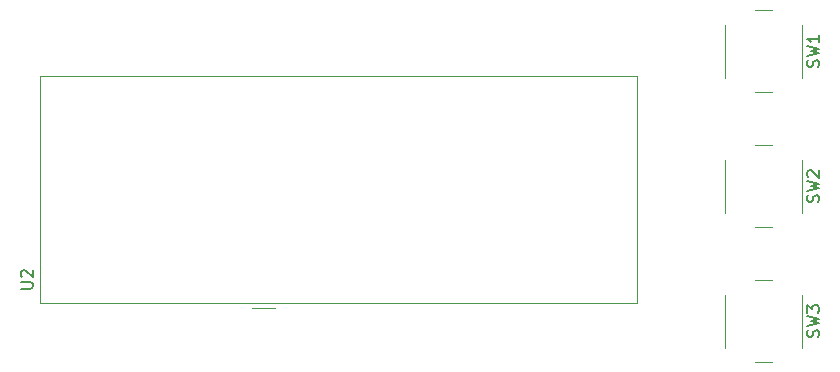
<source format=gbr>
G04 #@! TF.GenerationSoftware,KiCad,Pcbnew,5.0.0+dfsg1-2~bpo9+1*
G04 #@! TF.CreationDate,2018-09-21T22:54:25+03:00*
G04 #@! TF.ProjectId,client,636C69656E742E6B696361645F706362,rev?*
G04 #@! TF.SameCoordinates,Original*
G04 #@! TF.FileFunction,Legend,Top*
G04 #@! TF.FilePolarity,Positive*
%FSLAX46Y46*%
G04 Gerber Fmt 4.6, Leading zero omitted, Abs format (unit mm)*
G04 Created by KiCad (PCBNEW 5.0.0+dfsg1-2~bpo9+1) date Fri Sep 21 22:54:25 2018*
%MOMM*%
%LPD*%
G01*
G04 APERTURE LIST*
%ADD10C,0.120000*%
%ADD11C,0.150000*%
G04 APERTURE END LIST*
D10*
G04 #@! TO.C,SW1*
X157020000Y-44850000D02*
X158520000Y-44850000D01*
X161020000Y-43600000D02*
X161020000Y-39100000D01*
X158520000Y-37850000D02*
X157020000Y-37850000D01*
X154520000Y-39100000D02*
X154520000Y-43600000D01*
G04 #@! TO.C,SW2*
X157020000Y-56280000D02*
X158520000Y-56280000D01*
X161020000Y-55030000D02*
X161020000Y-50530000D01*
X158520000Y-49280000D02*
X157020000Y-49280000D01*
X154520000Y-50530000D02*
X154520000Y-55030000D01*
G04 #@! TO.C,SW3*
X157020000Y-67710000D02*
X158520000Y-67710000D01*
X161020000Y-66460000D02*
X161020000Y-61960000D01*
X158520000Y-60710000D02*
X157020000Y-60710000D01*
X154520000Y-61960000D02*
X154520000Y-66460000D01*
G04 #@! TO.C,U2*
X114443000Y-63086000D02*
X116443000Y-63086000D01*
X147063000Y-43466000D02*
X96523000Y-43466000D01*
X147063000Y-62706000D02*
X147063000Y-43466000D01*
X96523000Y-62706000D02*
X147063000Y-62706000D01*
X96523000Y-62706000D02*
X96523000Y-43466000D01*
G04 #@! TO.C,SW1*
D11*
X162424761Y-42683333D02*
X162472380Y-42540476D01*
X162472380Y-42302380D01*
X162424761Y-42207142D01*
X162377142Y-42159523D01*
X162281904Y-42111904D01*
X162186666Y-42111904D01*
X162091428Y-42159523D01*
X162043809Y-42207142D01*
X161996190Y-42302380D01*
X161948571Y-42492857D01*
X161900952Y-42588095D01*
X161853333Y-42635714D01*
X161758095Y-42683333D01*
X161662857Y-42683333D01*
X161567619Y-42635714D01*
X161520000Y-42588095D01*
X161472380Y-42492857D01*
X161472380Y-42254761D01*
X161520000Y-42111904D01*
X161472380Y-41778571D02*
X162472380Y-41540476D01*
X161758095Y-41350000D01*
X162472380Y-41159523D01*
X161472380Y-40921428D01*
X162472380Y-40016666D02*
X162472380Y-40588095D01*
X162472380Y-40302380D02*
X161472380Y-40302380D01*
X161615238Y-40397619D01*
X161710476Y-40492857D01*
X161758095Y-40588095D01*
G04 #@! TO.C,SW2*
X162424761Y-54113333D02*
X162472380Y-53970476D01*
X162472380Y-53732380D01*
X162424761Y-53637142D01*
X162377142Y-53589523D01*
X162281904Y-53541904D01*
X162186666Y-53541904D01*
X162091428Y-53589523D01*
X162043809Y-53637142D01*
X161996190Y-53732380D01*
X161948571Y-53922857D01*
X161900952Y-54018095D01*
X161853333Y-54065714D01*
X161758095Y-54113333D01*
X161662857Y-54113333D01*
X161567619Y-54065714D01*
X161520000Y-54018095D01*
X161472380Y-53922857D01*
X161472380Y-53684761D01*
X161520000Y-53541904D01*
X161472380Y-53208571D02*
X162472380Y-52970476D01*
X161758095Y-52780000D01*
X162472380Y-52589523D01*
X161472380Y-52351428D01*
X161567619Y-52018095D02*
X161520000Y-51970476D01*
X161472380Y-51875238D01*
X161472380Y-51637142D01*
X161520000Y-51541904D01*
X161567619Y-51494285D01*
X161662857Y-51446666D01*
X161758095Y-51446666D01*
X161900952Y-51494285D01*
X162472380Y-52065714D01*
X162472380Y-51446666D01*
G04 #@! TO.C,SW3*
X162424761Y-65543333D02*
X162472380Y-65400476D01*
X162472380Y-65162380D01*
X162424761Y-65067142D01*
X162377142Y-65019523D01*
X162281904Y-64971904D01*
X162186666Y-64971904D01*
X162091428Y-65019523D01*
X162043809Y-65067142D01*
X161996190Y-65162380D01*
X161948571Y-65352857D01*
X161900952Y-65448095D01*
X161853333Y-65495714D01*
X161758095Y-65543333D01*
X161662857Y-65543333D01*
X161567619Y-65495714D01*
X161520000Y-65448095D01*
X161472380Y-65352857D01*
X161472380Y-65114761D01*
X161520000Y-64971904D01*
X161472380Y-64638571D02*
X162472380Y-64400476D01*
X161758095Y-64210000D01*
X162472380Y-64019523D01*
X161472380Y-63781428D01*
X161472380Y-63495714D02*
X161472380Y-62876666D01*
X161853333Y-63210000D01*
X161853333Y-63067142D01*
X161900952Y-62971904D01*
X161948571Y-62924285D01*
X162043809Y-62876666D01*
X162281904Y-62876666D01*
X162377142Y-62924285D01*
X162424761Y-62971904D01*
X162472380Y-63067142D01*
X162472380Y-63352857D01*
X162424761Y-63448095D01*
X162377142Y-63495714D01*
G04 #@! TO.C,U2*
X94895380Y-61467904D02*
X95704904Y-61467904D01*
X95800142Y-61420285D01*
X95847761Y-61372666D01*
X95895380Y-61277428D01*
X95895380Y-61086952D01*
X95847761Y-60991714D01*
X95800142Y-60944095D01*
X95704904Y-60896476D01*
X94895380Y-60896476D01*
X94990619Y-60467904D02*
X94943000Y-60420285D01*
X94895380Y-60325047D01*
X94895380Y-60086952D01*
X94943000Y-59991714D01*
X94990619Y-59944095D01*
X95085857Y-59896476D01*
X95181095Y-59896476D01*
X95323952Y-59944095D01*
X95895380Y-60515523D01*
X95895380Y-59896476D01*
G04 #@! TD*
M02*

</source>
